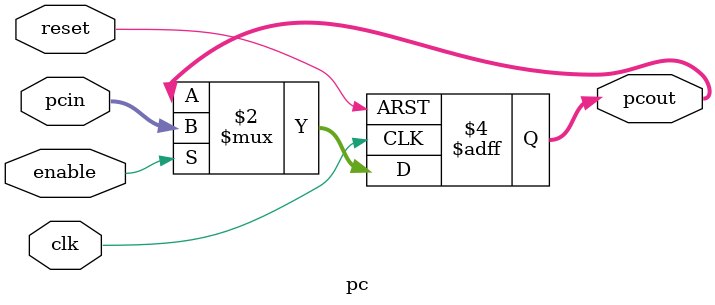
<source format=v>
module pc (
    input wire [7:0] pcin,
    input wire clk,
    input wire reset,
    input wire enable,
    output reg [7:0] pcout
);
    always @(posedge clk or posedge reset) begin
        if (reset)
            pcout <= 8'd0;  // Reset to the start address
        else if (enable)
            pcout <= pcin; // Increment to the next instruction
    end
endmodule

</source>
